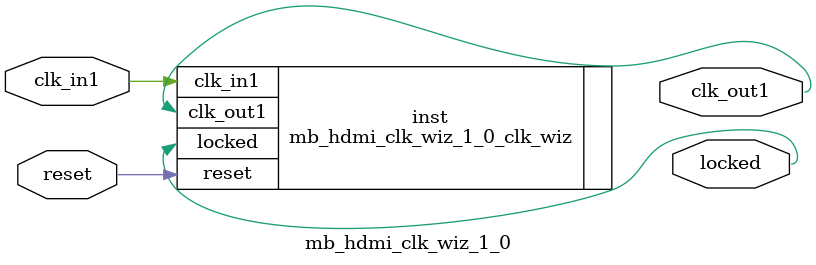
<source format=v>


`timescale 1ps/1ps

(* CORE_GENERATION_INFO = "mb_hdmi_clk_wiz_1_0,clk_wiz_v6_0_11_0_0,{component_name=mb_hdmi_clk_wiz_1_0,use_phase_alignment=true,use_min_o_jitter=false,use_max_i_jitter=false,use_dyn_phase_shift=false,use_inclk_switchover=false,use_dyn_reconfig=false,enable_axi=0,feedback_source=FDBK_AUTO,PRIMITIVE=MMCM,num_out_clk=1,clkin1_period=10.000,clkin2_period=10.000,use_power_down=false,use_reset=true,use_locked=true,use_inclk_stopped=false,feedback_type=SINGLE,CLOCK_MGR_TYPE=NA,manual_override=false}" *)

module mb_hdmi_clk_wiz_1_0 
 (
  // Clock out ports
  output        clk_out1,
  // Status and control signals
  input         reset,
  output        locked,
 // Clock in ports
  input         clk_in1
 );

  mb_hdmi_clk_wiz_1_0_clk_wiz inst
  (
  // Clock out ports  
  .clk_out1(clk_out1),
  // Status and control signals               
  .reset(reset), 
  .locked(locked),
 // Clock in ports
  .clk_in1(clk_in1)
  );

endmodule

</source>
